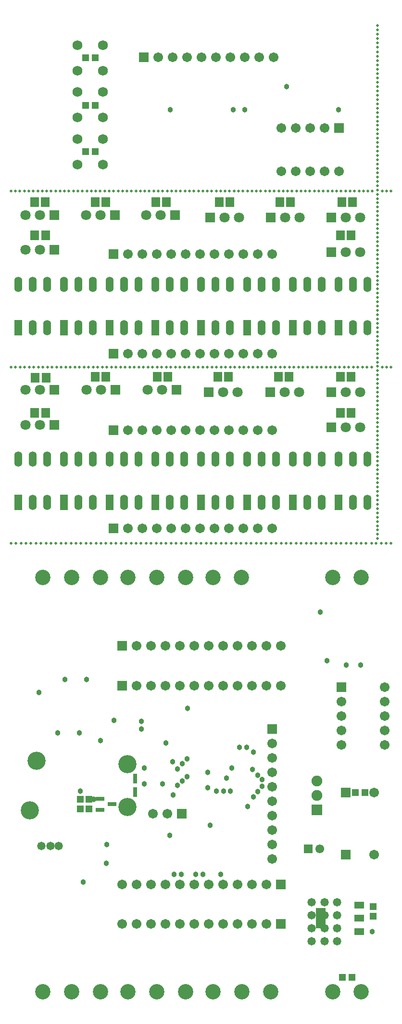
<source format=gbs>
%FSDAX24Y24*%
%MOIN*%
%SFA1B1*%

%IPPOS*%
%ADD31C,0.019700*%
%ADD59R,0.047400X0.051300*%
%ADD61R,0.051300X0.047400*%
%ADD62R,0.059200X0.067100*%
%ADD71C,0.067100*%
%ADD72R,0.067100X0.067100*%
%ADD73R,0.061100X0.061100*%
%ADD74C,0.061100*%
%ADD75R,0.067100X0.067100*%
%ADD76C,0.071000*%
%ADD77R,0.071000X0.071000*%
%ADD78C,0.126100*%
%ADD79C,0.106400*%
%ADD80C,0.068000*%
%ADD81R,0.074900X0.074900*%
%ADD82C,0.074900*%
%ADD83O,0.055200X0.106400*%
%ADD84R,0.055200X0.106400*%
%ADD85C,0.038000*%
%ADD86C,0.058000*%
%ADD87R,0.029700X0.065100*%
%ADD88R,0.059200X0.031600*%
%ADD89R,0.069000X0.051300*%
%ADD90R,0.069000X0.051300*%
%ADD91R,0.069000X0.143800*%
%LNde-120824-1*%
%LPD*%
G54D31*
X035591Y078148D03*
Y078446D03*
Y078745D03*
Y077850D03*
Y079341D03*
Y079043D03*
Y044098D03*
Y043800D03*
X035200Y043465D03*
X035591Y044993D03*
Y044695D03*
Y044396D03*
Y050659D03*
Y050958D03*
Y051256D03*
Y051554D03*
Y047975D03*
Y048273D03*
Y048572D03*
Y049466D03*
Y049168D03*
Y048870D03*
Y050361D03*
Y050063D03*
Y049765D03*
Y047081D03*
Y047379D03*
Y047677D03*
Y046186D03*
Y046484D03*
Y046782D03*
Y045888D03*
Y045589D03*
Y045291D03*
Y051852D03*
Y052150D03*
Y052449D03*
Y053343D03*
Y053045D03*
Y052747D03*
Y054238D03*
Y053940D03*
Y053642D03*
Y056326D03*
Y056624D03*
Y056922D03*
Y055431D03*
Y055729D03*
Y056027D03*
Y055133D03*
Y054835D03*
Y054536D03*
Y059010D03*
Y059308D03*
Y059606D03*
Y058115D03*
Y058413D03*
Y058712D03*
Y057817D03*
Y057519D03*
Y057220D03*
Y065273D03*
Y065571D03*
Y065869D03*
Y066764D03*
Y066465D03*
Y066167D03*
Y067658D03*
Y067360D03*
Y067062D03*
Y062588D03*
Y062887D03*
Y063185D03*
Y064080D03*
Y063781D03*
Y063483D03*
Y064974D03*
Y064676D03*
Y064378D03*
Y061694D03*
Y061992D03*
Y062290D03*
Y060799D03*
Y061097D03*
Y061396D03*
Y060501D03*
Y060203D03*
Y059904D03*
Y070641D03*
Y070939D03*
Y071237D03*
Y072132D03*
Y071834D03*
Y071535D03*
Y069746D03*
Y070044D03*
Y070342D03*
Y068851D03*
Y069150D03*
Y069448D03*
Y068553D03*
Y068255D03*
Y067957D03*
Y076605D03*
Y076904D03*
Y077202D03*
Y077500D03*
Y073921D03*
Y074219D03*
Y074518D03*
Y075412D03*
Y075114D03*
Y074816D03*
Y076307D03*
Y076009D03*
Y075711D03*
Y073027D03*
Y073325D03*
Y073623D03*
Y072430D03*
Y072728D03*
X010200Y067874D03*
X010509D03*
X010819D03*
X011746D03*
X011437D03*
X011128D03*
X012674D03*
X012365D03*
X012056D03*
X014839D03*
X015148D03*
X015457D03*
X013911D03*
X014220D03*
X014530D03*
X013602D03*
X013293D03*
X012983D03*
X017622D03*
X017931D03*
X018241D03*
X016694D03*
X017004D03*
X017313D03*
X016385D03*
X016076D03*
X015767D03*
X024117D03*
X024426D03*
X024735D03*
X025663D03*
X025354D03*
X025044D03*
X026591D03*
X026281D03*
X025972D03*
X021333D03*
X021643D03*
X021952D03*
X022880D03*
X022570D03*
X022261D03*
X023807D03*
X023498D03*
X023189D03*
X020406D03*
X020715D03*
X021024D03*
X019478D03*
X019787D03*
X020096D03*
X019169D03*
X018859D03*
X018550D03*
X032467D03*
X032776D03*
X033085D03*
X034013D03*
X033704D03*
X033394D03*
X034941D03*
X034631D03*
X034322D03*
X029683D03*
X029993D03*
X030302D03*
X031230D03*
X030920D03*
X030611D03*
X032157D03*
X031848D03*
X031539D03*
X028756D03*
X029065D03*
X029374D03*
X027828D03*
X028137D03*
X028446D03*
X027518D03*
X027209D03*
X026900D03*
X035950D03*
X036250D03*
X036550D03*
X035250D03*
X010200Y055669D03*
X010516D03*
X010833D03*
X011782D03*
X011466D03*
X011149D03*
X012732D03*
X012415D03*
X012099D03*
X014947D03*
X015263D03*
X015580D03*
X013997D03*
X014314D03*
X014630D03*
X013681D03*
X013365D03*
X013048D03*
X017795D03*
X018111D03*
X018428D03*
X016846D03*
X017162D03*
X017478D03*
X016529D03*
X016213D03*
X015896D03*
X024441D03*
X024757D03*
X025073D03*
X026023D03*
X025706D03*
X025390D03*
X026972D03*
X026656D03*
X026339D03*
X021592D03*
X021909D03*
X022225D03*
X023175D03*
X022858D03*
X022542D03*
X024124D03*
X023808D03*
X023491D03*
X020643D03*
X020959D03*
X021276D03*
X019694D03*
X020010D03*
X020327D03*
X019377D03*
X019061D03*
X018744D03*
X032985D03*
X033301D03*
X033618D03*
X034567D03*
X034251D03*
X033934D03*
X030137D03*
X030453D03*
X030770D03*
X031719D03*
X031403D03*
X031086D03*
X032668D03*
X032352D03*
X032035D03*
X029187D03*
X029504D03*
X029820D03*
X028238D03*
X028554D03*
X028871D03*
X027922D03*
X027605D03*
X027289D03*
X035930D03*
X036240D03*
X036550D03*
X035200D03*
X034884D03*
X026149Y043465D03*
X026495D03*
X026842D03*
X027882D03*
X027535D03*
X027189D03*
X028922D03*
X028576D03*
X028229D03*
X029962D03*
X029616D03*
X029269D03*
X018521D03*
X018174D03*
X018868D03*
X021988D03*
X022335D03*
X022682D03*
X020948D03*
X021295D03*
X021641D03*
X025455D03*
X025802D03*
X023375D03*
X023028D03*
X015401D03*
X015747D03*
X016094D03*
X017134D03*
X016787D03*
X016441D03*
X017828D03*
X017481D03*
X013320D03*
X013667D03*
X014014D03*
X014361D03*
X015054D03*
X014707D03*
X012280D03*
X012627D03*
X012974D03*
X011240D03*
X011587D03*
X011934D03*
X010893D03*
X010547D03*
X010200D03*
X019561D03*
X019214D03*
X020601D03*
X020255D03*
X019908D03*
X031349D03*
X031696D03*
X032043D03*
X030309D03*
X030656D03*
X031003D03*
X033430D03*
X033776D03*
X033083D03*
X032736D03*
X032389D03*
X025108D03*
X024068D03*
X024415D03*
X024762D03*
X023722D03*
X034123D03*
X034470D03*
X034816D03*
X036550D03*
X036203D03*
X035856D03*
X035510D03*
G54D59*
X035300Y018300D03*
Y017631D03*
X015000Y025735D03*
Y025065D03*
X015600D03*
Y025735D03*
G54D61*
X033835Y013400D03*
X033165D03*
X034735Y026200D03*
X034065D03*
X016035Y073800D03*
X015365D03*
X016035Y077100D03*
X015365D03*
X016035Y070600D03*
X015365D03*
G54D62*
X011852Y064800D03*
X012600D03*
X011852Y052500D03*
X012600D03*
X011826Y067100D03*
X012574D03*
X011876Y054950D03*
X012624D03*
X016026Y067100D03*
X016774D03*
X016026Y055000D03*
X016774D03*
X020226Y067100D03*
X020974D03*
X020326Y055000D03*
X021074D03*
X025374Y067100D03*
X024626D03*
X025274Y055000D03*
X024526D03*
X029574Y067100D03*
X028826D03*
X029474Y055000D03*
X028726D03*
X033874Y067100D03*
X033126D03*
X033774Y055000D03*
X033026D03*
X033774Y064800D03*
X033026D03*
X033774Y052500D03*
X033026D03*
G54D71*
X028950Y069250D03*
X029950D03*
X030950D03*
X031950D03*
X032950D03*
X028950Y072250D03*
X029950D03*
X030950D03*
X031950D03*
X035384Y021900D03*
X035368Y026200D03*
X027900Y019843D03*
X026900D03*
X025900D03*
X024900D03*
X023900D03*
X022900D03*
X021900D03*
X020900D03*
X019900D03*
X018900D03*
X017900D03*
X018900Y033622D03*
X019900D03*
X020900D03*
X021900D03*
X022900D03*
X023900D03*
X024900D03*
X025900D03*
X026900D03*
X027900D03*
X028900D03*
X020050Y024750D03*
X021050D03*
X028300Y029600D03*
Y027600D03*
Y026600D03*
Y025600D03*
Y024600D03*
Y023600D03*
Y022600D03*
Y021600D03*
Y028600D03*
X027900Y017100D03*
X026900D03*
X025900D03*
X024900D03*
X023900D03*
X022900D03*
X021900D03*
X020900D03*
X019900D03*
X018900D03*
X017900D03*
X018900Y036378D03*
X019900D03*
X020900D03*
X021900D03*
X022900D03*
X023900D03*
X024900D03*
X025900D03*
X026900D03*
X027900D03*
X028900D03*
X018300Y056600D03*
X019300D03*
X020300D03*
X021300D03*
X022300D03*
X023300D03*
X024300D03*
X025300D03*
X026300D03*
X027300D03*
X028300D03*
X020400Y077150D03*
X022400D03*
X023400D03*
X024400D03*
X025400D03*
X026400D03*
X027400D03*
X028400D03*
X021400D03*
X018300Y063500D03*
X019300D03*
X020300D03*
X021300D03*
X022300D03*
X023300D03*
X024300D03*
X025300D03*
X026300D03*
X027300D03*
X028300D03*
X018300Y044500D03*
X019300D03*
X020300D03*
X021300D03*
X022300D03*
X023300D03*
X024300D03*
X025300D03*
X026300D03*
X027300D03*
X028300D03*
X018300Y051300D03*
X019300D03*
X020300D03*
X021300D03*
X022300D03*
X023300D03*
X024300D03*
X025300D03*
X026300D03*
X027300D03*
X028300D03*
X036100Y029500D03*
Y030500D03*
Y031500D03*
Y032500D03*
Y033500D03*
X033100Y029500D03*
Y030500D03*
Y031500D03*
Y032500D03*
G54D72*
X032950Y072250D03*
X028300Y030600D03*
G54D73*
X030806Y022300D03*
G54D74*
X031594Y022300D03*
G54D75*
X033416Y021900D03*
X033400Y026200D03*
X028900Y019843D03*
X017900Y033622D03*
X022050Y024750D03*
X028900Y017100D03*
X017900Y036378D03*
X017300Y056600D03*
X019400Y077150D03*
X017300Y063500D03*
Y044500D03*
Y051300D03*
X033100Y033500D03*
G54D76*
X011200Y063800D03*
X012200D03*
X011200Y051669D03*
X012200D03*
X011200Y066200D03*
X012200D03*
X011200Y054100D03*
X012200D03*
X015391Y066200D03*
X016391D03*
X015440Y054100D03*
X016440D03*
X019582Y066200D03*
X020582D03*
X019680Y054100D03*
X020680D03*
X026018Y066031D03*
X025018D03*
X025920Y053931D03*
X024920D03*
X030209Y066031D03*
X029209D03*
X030160Y053931D03*
X029160D03*
X034400Y066031D03*
X033400D03*
X034400Y053931D03*
X033400D03*
X034400Y063631D03*
X033400D03*
X034400Y051500D03*
X033400D03*
G54D77*
X013200Y063800D03*
Y051669D03*
Y066200D03*
Y054100D03*
X017391Y066200D03*
X017440Y054100D03*
X021582Y066200D03*
X021680Y054100D03*
X024018Y066031D03*
X023920Y053931D03*
X028209Y066031D03*
X028160Y053931D03*
X032400Y066031D03*
Y053931D03*
Y063631D03*
Y051500D03*
G54D78*
X018286Y028176D03*
Y025224D03*
X011987Y028413D03*
X011514Y024987D03*
G54D79*
X032516Y041100D03*
X034484D03*
X024200Y012400D03*
X026200D03*
X028200D03*
X018300D03*
X020300D03*
X022300D03*
X012400D03*
X014400D03*
X016400D03*
Y041100D03*
X014400D03*
X012400D03*
X034469Y012400D03*
X032500D03*
X022300Y041100D03*
X020300D03*
X018300D03*
X026168D03*
X024200D03*
G54D80*
X014814Y074736D03*
X016586D03*
X014814Y072964D03*
X016586D03*
X014814Y077986D03*
X016586D03*
X014814Y076214D03*
X016586D03*
X014814Y071486D03*
X016586D03*
X014814Y069714D03*
X016586D03*
G54D81*
X031400Y025000D03*
G54D82*
X031400Y026000D03*
Y027000D03*
G54D83*
X012700Y061400D03*
X011700D03*
X010700D03*
X012700Y058400D03*
X011700D03*
X012700Y049300D03*
X011700D03*
X010700D03*
X012700Y046300D03*
X011700D03*
X015871Y061400D03*
X014871D03*
X013871D03*
X015871Y058400D03*
X014871D03*
X015871Y049300D03*
X014871D03*
X013871D03*
X015871Y046300D03*
X014871D03*
X019043Y061400D03*
X018043D03*
X017043D03*
X019043Y058400D03*
X018043D03*
X019043Y049300D03*
X018043D03*
X017043D03*
X019043Y046300D03*
X018043D03*
X022214Y061400D03*
X021214D03*
X020214D03*
X022214Y058400D03*
X021214D03*
X022214Y049300D03*
X021214D03*
X020214D03*
X022214Y046300D03*
X021214D03*
X025386Y061400D03*
X024386D03*
X023386D03*
X025386Y058400D03*
X024386D03*
X025386Y049300D03*
X024386D03*
X023386D03*
X025386Y046300D03*
X024386D03*
X028557Y061400D03*
X027557D03*
X026557D03*
X028557Y058400D03*
X027557D03*
X028557Y049300D03*
X027557D03*
X026557D03*
X028557Y046300D03*
X027557D03*
X031729Y061400D03*
X030729D03*
X029729D03*
X031729Y058400D03*
X030729D03*
X031729Y049300D03*
X030729D03*
X029729D03*
X031729Y046300D03*
X030729D03*
X034900Y061400D03*
X033900D03*
X032900D03*
X034900Y058400D03*
X033900D03*
X034900Y049300D03*
X033900D03*
X032900D03*
X034900Y046300D03*
X033900D03*
G54D84*
X010700Y058400D03*
Y046300D03*
X013871Y058400D03*
Y046300D03*
X017043Y058400D03*
Y046300D03*
X020214Y058400D03*
Y046300D03*
X023386Y058400D03*
Y046300D03*
X026557Y058400D03*
Y046300D03*
X029729Y058400D03*
Y046300D03*
X032900Y058400D03*
Y046300D03*
G54D85*
X032900Y073500D03*
X021250D03*
X025600D03*
X026400D03*
X029300Y075100D03*
X017350Y031200D03*
X015200Y020000D03*
X026550Y029350D03*
X027000Y029000D03*
X026050Y029350D03*
X022450Y032050D03*
X016400Y029800D03*
X021200Y023250D03*
X016850Y022600D03*
X026600Y025250D03*
X020950Y029650D03*
X012150Y033150D03*
X025400Y026300D03*
X024950D03*
X024450D03*
X022075Y027025D03*
X021750Y026700D03*
X021450Y026050D03*
X022400Y027300D03*
X021400Y028350D03*
X021750Y027850D03*
X022075Y028200D03*
X023850Y026550D03*
Y027600D03*
X033450Y035050D03*
X034450D03*
X032100Y035350D03*
X026950Y027800D03*
X025150Y027200D03*
X025500Y027900D03*
X019450Y026800D03*
Y027900D03*
X020700Y026800D03*
X016800Y021300D03*
X027600Y026650D03*
X027300Y027400D03*
X027000Y025900D03*
X027300Y026275D03*
X027600Y027100D03*
X024750Y020550D03*
X015950Y025750D03*
X022400Y028550D03*
X023500Y020550D03*
X023000D03*
X021500D03*
X022000D03*
X015000Y026300D03*
X035250Y016594D03*
X031650Y038700D03*
X015450Y034050D03*
X013950D03*
X013450Y030350D03*
X014950D03*
X019250Y030600D03*
Y031150D03*
X024000Y023950D03*
G54D86*
X032800Y015900D03*
Y016800D03*
Y017700D03*
Y018600D03*
X031925Y015900D03*
Y016800D03*
Y017700D03*
Y018600D03*
X031050Y015900D03*
Y016800D03*
Y017700D03*
Y018600D03*
X012950Y022500D03*
X012300D03*
X013500D03*
G54D87*
X018800Y026237D03*
Y027163D03*
G54D88*
X016387Y025026D03*
Y025774D03*
X017213Y025400D03*
G54D89*
X034329Y018406D03*
G54D90*
X034329Y017500D03*
Y016594D03*
G54D91*
X031671Y017500D03*
M02*
</source>
